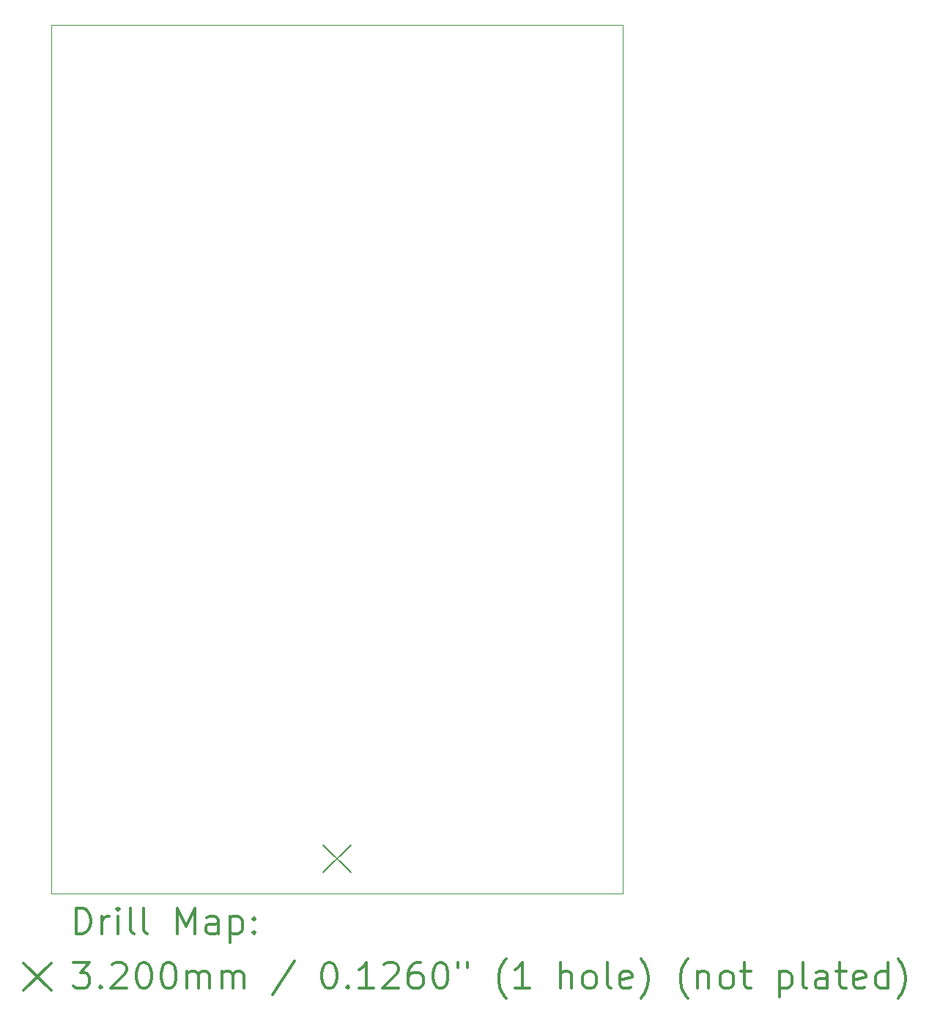
<source format=gbr>
%FSLAX45Y45*%
G04 Gerber Fmt 4.5, Leading zero omitted, Abs format (unit mm)*
G04 Created by KiCad (PCBNEW (5.1.10)-1) date 2022-05-23 16:21:41*
%MOMM*%
%LPD*%
G01*
G04 APERTURE LIST*
%TA.AperFunction,Profile*%
%ADD10C,0.050000*%
%TD*%
%ADD11C,0.200000*%
%ADD12C,0.300000*%
G04 APERTURE END LIST*
D10*
X-1803400Y393700D02*
X-1803400Y-9639300D01*
X4800600Y-9639300D02*
X-1803400Y-9639300D01*
X4800600Y393700D02*
X4800600Y-9639300D01*
X-1803400Y393700D02*
X4800600Y393700D01*
D11*
X1338600Y-9079250D02*
X1658600Y-9399250D01*
X1658600Y-9079250D02*
X1338600Y-9399250D01*
D12*
X-1519471Y-10107514D02*
X-1519471Y-9807514D01*
X-1448043Y-9807514D01*
X-1405186Y-9821800D01*
X-1376614Y-9850372D01*
X-1362329Y-9878943D01*
X-1348043Y-9936086D01*
X-1348043Y-9978943D01*
X-1362329Y-10036086D01*
X-1376614Y-10064657D01*
X-1405186Y-10093229D01*
X-1448043Y-10107514D01*
X-1519471Y-10107514D01*
X-1219472Y-10107514D02*
X-1219472Y-9907514D01*
X-1219472Y-9964657D02*
X-1205186Y-9936086D01*
X-1190900Y-9921800D01*
X-1162329Y-9907514D01*
X-1133757Y-9907514D01*
X-1033757Y-10107514D02*
X-1033757Y-9907514D01*
X-1033757Y-9807514D02*
X-1048043Y-9821800D01*
X-1033757Y-9836086D01*
X-1019471Y-9821800D01*
X-1033757Y-9807514D01*
X-1033757Y-9836086D01*
X-848043Y-10107514D02*
X-876614Y-10093229D01*
X-890900Y-10064657D01*
X-890900Y-9807514D01*
X-690900Y-10107514D02*
X-719471Y-10093229D01*
X-733757Y-10064657D01*
X-733757Y-9807514D01*
X-348043Y-10107514D02*
X-348043Y-9807514D01*
X-248043Y-10021800D01*
X-148043Y-9807514D01*
X-148043Y-10107514D01*
X123386Y-10107514D02*
X123386Y-9950372D01*
X109100Y-9921800D01*
X80528Y-9907514D01*
X23386Y-9907514D01*
X-5186Y-9921800D01*
X123386Y-10093229D02*
X94814Y-10107514D01*
X23386Y-10107514D01*
X-5186Y-10093229D01*
X-19472Y-10064657D01*
X-19472Y-10036086D01*
X-5186Y-10007514D01*
X23386Y-9993229D01*
X94814Y-9993229D01*
X123386Y-9978943D01*
X266243Y-9907514D02*
X266243Y-10207514D01*
X266243Y-9921800D02*
X294814Y-9907514D01*
X351957Y-9907514D01*
X380528Y-9921800D01*
X394814Y-9936086D01*
X409100Y-9964657D01*
X409100Y-10050372D01*
X394814Y-10078943D01*
X380528Y-10093229D01*
X351957Y-10107514D01*
X294814Y-10107514D01*
X266243Y-10093229D01*
X537671Y-10078943D02*
X551957Y-10093229D01*
X537671Y-10107514D01*
X523386Y-10093229D01*
X537671Y-10078943D01*
X537671Y-10107514D01*
X537671Y-9921800D02*
X551957Y-9936086D01*
X537671Y-9950372D01*
X523386Y-9936086D01*
X537671Y-9921800D01*
X537671Y-9950372D01*
X-2125900Y-10441800D02*
X-1805900Y-10761800D01*
X-1805900Y-10441800D02*
X-2125900Y-10761800D01*
X-1548043Y-10437514D02*
X-1362329Y-10437514D01*
X-1462329Y-10551800D01*
X-1419471Y-10551800D01*
X-1390900Y-10566086D01*
X-1376614Y-10580372D01*
X-1362329Y-10608943D01*
X-1362329Y-10680372D01*
X-1376614Y-10708943D01*
X-1390900Y-10723229D01*
X-1419471Y-10737514D01*
X-1505186Y-10737514D01*
X-1533757Y-10723229D01*
X-1548043Y-10708943D01*
X-1233757Y-10708943D02*
X-1219472Y-10723229D01*
X-1233757Y-10737514D01*
X-1248043Y-10723229D01*
X-1233757Y-10708943D01*
X-1233757Y-10737514D01*
X-1105186Y-10466086D02*
X-1090900Y-10451800D01*
X-1062329Y-10437514D01*
X-990900Y-10437514D01*
X-962329Y-10451800D01*
X-948043Y-10466086D01*
X-933757Y-10494657D01*
X-933757Y-10523229D01*
X-948043Y-10566086D01*
X-1119472Y-10737514D01*
X-933757Y-10737514D01*
X-748043Y-10437514D02*
X-719471Y-10437514D01*
X-690900Y-10451800D01*
X-676614Y-10466086D01*
X-662329Y-10494657D01*
X-648043Y-10551800D01*
X-648043Y-10623229D01*
X-662329Y-10680372D01*
X-676614Y-10708943D01*
X-690900Y-10723229D01*
X-719471Y-10737514D01*
X-748043Y-10737514D01*
X-776614Y-10723229D01*
X-790900Y-10708943D01*
X-805186Y-10680372D01*
X-819471Y-10623229D01*
X-819471Y-10551800D01*
X-805186Y-10494657D01*
X-790900Y-10466086D01*
X-776614Y-10451800D01*
X-748043Y-10437514D01*
X-462329Y-10437514D02*
X-433757Y-10437514D01*
X-405186Y-10451800D01*
X-390900Y-10466086D01*
X-376614Y-10494657D01*
X-362329Y-10551800D01*
X-362329Y-10623229D01*
X-376614Y-10680372D01*
X-390900Y-10708943D01*
X-405186Y-10723229D01*
X-433757Y-10737514D01*
X-462329Y-10737514D01*
X-490900Y-10723229D01*
X-505186Y-10708943D01*
X-519471Y-10680372D01*
X-533757Y-10623229D01*
X-533757Y-10551800D01*
X-519471Y-10494657D01*
X-505186Y-10466086D01*
X-490900Y-10451800D01*
X-462329Y-10437514D01*
X-233757Y-10737514D02*
X-233757Y-10537514D01*
X-233757Y-10566086D02*
X-219471Y-10551800D01*
X-190900Y-10537514D01*
X-148043Y-10537514D01*
X-119471Y-10551800D01*
X-105186Y-10580372D01*
X-105186Y-10737514D01*
X-105186Y-10580372D02*
X-90900Y-10551800D01*
X-62329Y-10537514D01*
X-19472Y-10537514D01*
X9100Y-10551800D01*
X23386Y-10580372D01*
X23386Y-10737514D01*
X166243Y-10737514D02*
X166243Y-10537514D01*
X166243Y-10566086D02*
X180528Y-10551800D01*
X209100Y-10537514D01*
X251957Y-10537514D01*
X280528Y-10551800D01*
X294814Y-10580372D01*
X294814Y-10737514D01*
X294814Y-10580372D02*
X309100Y-10551800D01*
X337671Y-10537514D01*
X380528Y-10537514D01*
X409100Y-10551800D01*
X423386Y-10580372D01*
X423386Y-10737514D01*
X1009100Y-10423229D02*
X751957Y-10808943D01*
X1394814Y-10437514D02*
X1423386Y-10437514D01*
X1451957Y-10451800D01*
X1466243Y-10466086D01*
X1480528Y-10494657D01*
X1494814Y-10551800D01*
X1494814Y-10623229D01*
X1480528Y-10680372D01*
X1466243Y-10708943D01*
X1451957Y-10723229D01*
X1423386Y-10737514D01*
X1394814Y-10737514D01*
X1366243Y-10723229D01*
X1351957Y-10708943D01*
X1337671Y-10680372D01*
X1323386Y-10623229D01*
X1323386Y-10551800D01*
X1337671Y-10494657D01*
X1351957Y-10466086D01*
X1366243Y-10451800D01*
X1394814Y-10437514D01*
X1623386Y-10708943D02*
X1637671Y-10723229D01*
X1623386Y-10737514D01*
X1609100Y-10723229D01*
X1623386Y-10708943D01*
X1623386Y-10737514D01*
X1923386Y-10737514D02*
X1751957Y-10737514D01*
X1837671Y-10737514D02*
X1837671Y-10437514D01*
X1809100Y-10480372D01*
X1780528Y-10508943D01*
X1751957Y-10523229D01*
X2037671Y-10466086D02*
X2051957Y-10451800D01*
X2080528Y-10437514D01*
X2151957Y-10437514D01*
X2180528Y-10451800D01*
X2194814Y-10466086D01*
X2209100Y-10494657D01*
X2209100Y-10523229D01*
X2194814Y-10566086D01*
X2023386Y-10737514D01*
X2209100Y-10737514D01*
X2466243Y-10437514D02*
X2409100Y-10437514D01*
X2380528Y-10451800D01*
X2366243Y-10466086D01*
X2337671Y-10508943D01*
X2323386Y-10566086D01*
X2323386Y-10680372D01*
X2337671Y-10708943D01*
X2351957Y-10723229D01*
X2380528Y-10737514D01*
X2437671Y-10737514D01*
X2466243Y-10723229D01*
X2480528Y-10708943D01*
X2494814Y-10680372D01*
X2494814Y-10608943D01*
X2480528Y-10580372D01*
X2466243Y-10566086D01*
X2437671Y-10551800D01*
X2380528Y-10551800D01*
X2351957Y-10566086D01*
X2337671Y-10580372D01*
X2323386Y-10608943D01*
X2680528Y-10437514D02*
X2709100Y-10437514D01*
X2737671Y-10451800D01*
X2751957Y-10466086D01*
X2766243Y-10494657D01*
X2780528Y-10551800D01*
X2780528Y-10623229D01*
X2766243Y-10680372D01*
X2751957Y-10708943D01*
X2737671Y-10723229D01*
X2709100Y-10737514D01*
X2680528Y-10737514D01*
X2651957Y-10723229D01*
X2637671Y-10708943D01*
X2623386Y-10680372D01*
X2609100Y-10623229D01*
X2609100Y-10551800D01*
X2623386Y-10494657D01*
X2637671Y-10466086D01*
X2651957Y-10451800D01*
X2680528Y-10437514D01*
X2894814Y-10437514D02*
X2894814Y-10494657D01*
X3009100Y-10437514D02*
X3009100Y-10494657D01*
X3451957Y-10851800D02*
X3437671Y-10837514D01*
X3409100Y-10794657D01*
X3394814Y-10766086D01*
X3380528Y-10723229D01*
X3366243Y-10651800D01*
X3366243Y-10594657D01*
X3380528Y-10523229D01*
X3394814Y-10480372D01*
X3409100Y-10451800D01*
X3437671Y-10408943D01*
X3451957Y-10394657D01*
X3723386Y-10737514D02*
X3551957Y-10737514D01*
X3637671Y-10737514D02*
X3637671Y-10437514D01*
X3609100Y-10480372D01*
X3580528Y-10508943D01*
X3551957Y-10523229D01*
X4080528Y-10737514D02*
X4080528Y-10437514D01*
X4209100Y-10737514D02*
X4209100Y-10580372D01*
X4194814Y-10551800D01*
X4166243Y-10537514D01*
X4123386Y-10537514D01*
X4094814Y-10551800D01*
X4080528Y-10566086D01*
X4394814Y-10737514D02*
X4366243Y-10723229D01*
X4351957Y-10708943D01*
X4337671Y-10680372D01*
X4337671Y-10594657D01*
X4351957Y-10566086D01*
X4366243Y-10551800D01*
X4394814Y-10537514D01*
X4437671Y-10537514D01*
X4466243Y-10551800D01*
X4480528Y-10566086D01*
X4494814Y-10594657D01*
X4494814Y-10680372D01*
X4480528Y-10708943D01*
X4466243Y-10723229D01*
X4437671Y-10737514D01*
X4394814Y-10737514D01*
X4666243Y-10737514D02*
X4637671Y-10723229D01*
X4623386Y-10694657D01*
X4623386Y-10437514D01*
X4894814Y-10723229D02*
X4866243Y-10737514D01*
X4809100Y-10737514D01*
X4780528Y-10723229D01*
X4766243Y-10694657D01*
X4766243Y-10580372D01*
X4780528Y-10551800D01*
X4809100Y-10537514D01*
X4866243Y-10537514D01*
X4894814Y-10551800D01*
X4909100Y-10580372D01*
X4909100Y-10608943D01*
X4766243Y-10637514D01*
X5009100Y-10851800D02*
X5023386Y-10837514D01*
X5051957Y-10794657D01*
X5066243Y-10766086D01*
X5080528Y-10723229D01*
X5094814Y-10651800D01*
X5094814Y-10594657D01*
X5080528Y-10523229D01*
X5066243Y-10480372D01*
X5051957Y-10451800D01*
X5023386Y-10408943D01*
X5009100Y-10394657D01*
X5551957Y-10851800D02*
X5537671Y-10837514D01*
X5509100Y-10794657D01*
X5494814Y-10766086D01*
X5480528Y-10723229D01*
X5466243Y-10651800D01*
X5466243Y-10594657D01*
X5480528Y-10523229D01*
X5494814Y-10480372D01*
X5509100Y-10451800D01*
X5537671Y-10408943D01*
X5551957Y-10394657D01*
X5666243Y-10537514D02*
X5666243Y-10737514D01*
X5666243Y-10566086D02*
X5680528Y-10551800D01*
X5709100Y-10537514D01*
X5751957Y-10537514D01*
X5780528Y-10551800D01*
X5794814Y-10580372D01*
X5794814Y-10737514D01*
X5980528Y-10737514D02*
X5951957Y-10723229D01*
X5937671Y-10708943D01*
X5923386Y-10680372D01*
X5923386Y-10594657D01*
X5937671Y-10566086D01*
X5951957Y-10551800D01*
X5980528Y-10537514D01*
X6023386Y-10537514D01*
X6051957Y-10551800D01*
X6066243Y-10566086D01*
X6080528Y-10594657D01*
X6080528Y-10680372D01*
X6066243Y-10708943D01*
X6051957Y-10723229D01*
X6023386Y-10737514D01*
X5980528Y-10737514D01*
X6166243Y-10537514D02*
X6280528Y-10537514D01*
X6209100Y-10437514D02*
X6209100Y-10694657D01*
X6223386Y-10723229D01*
X6251957Y-10737514D01*
X6280528Y-10737514D01*
X6609100Y-10537514D02*
X6609100Y-10837514D01*
X6609100Y-10551800D02*
X6637671Y-10537514D01*
X6694814Y-10537514D01*
X6723386Y-10551800D01*
X6737671Y-10566086D01*
X6751957Y-10594657D01*
X6751957Y-10680372D01*
X6737671Y-10708943D01*
X6723386Y-10723229D01*
X6694814Y-10737514D01*
X6637671Y-10737514D01*
X6609100Y-10723229D01*
X6923386Y-10737514D02*
X6894814Y-10723229D01*
X6880528Y-10694657D01*
X6880528Y-10437514D01*
X7166243Y-10737514D02*
X7166243Y-10580372D01*
X7151957Y-10551800D01*
X7123386Y-10537514D01*
X7066243Y-10537514D01*
X7037671Y-10551800D01*
X7166243Y-10723229D02*
X7137671Y-10737514D01*
X7066243Y-10737514D01*
X7037671Y-10723229D01*
X7023386Y-10694657D01*
X7023386Y-10666086D01*
X7037671Y-10637514D01*
X7066243Y-10623229D01*
X7137671Y-10623229D01*
X7166243Y-10608943D01*
X7266243Y-10537514D02*
X7380528Y-10537514D01*
X7309100Y-10437514D02*
X7309100Y-10694657D01*
X7323386Y-10723229D01*
X7351957Y-10737514D01*
X7380528Y-10737514D01*
X7594814Y-10723229D02*
X7566243Y-10737514D01*
X7509100Y-10737514D01*
X7480528Y-10723229D01*
X7466243Y-10694657D01*
X7466243Y-10580372D01*
X7480528Y-10551800D01*
X7509100Y-10537514D01*
X7566243Y-10537514D01*
X7594814Y-10551800D01*
X7609100Y-10580372D01*
X7609100Y-10608943D01*
X7466243Y-10637514D01*
X7866243Y-10737514D02*
X7866243Y-10437514D01*
X7866243Y-10723229D02*
X7837671Y-10737514D01*
X7780528Y-10737514D01*
X7751957Y-10723229D01*
X7737671Y-10708943D01*
X7723386Y-10680372D01*
X7723386Y-10594657D01*
X7737671Y-10566086D01*
X7751957Y-10551800D01*
X7780528Y-10537514D01*
X7837671Y-10537514D01*
X7866243Y-10551800D01*
X7980528Y-10851800D02*
X7994814Y-10837514D01*
X8023386Y-10794657D01*
X8037671Y-10766086D01*
X8051957Y-10723229D01*
X8066243Y-10651800D01*
X8066243Y-10594657D01*
X8051957Y-10523229D01*
X8037671Y-10480372D01*
X8023386Y-10451800D01*
X7994814Y-10408943D01*
X7980528Y-10394657D01*
M02*

</source>
